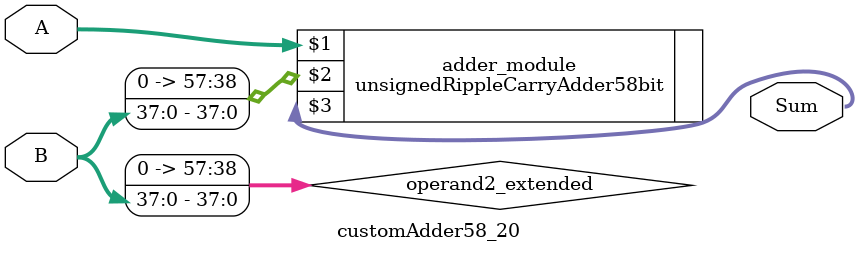
<source format=v>
module customAdder58_20(
                        input [57 : 0] A,
                        input [37 : 0] B,
                        
                        output [58 : 0] Sum
                );

        wire [57 : 0] operand2_extended;
        
        assign operand2_extended =  {20'b0, B};
        
        unsignedRippleCarryAdder58bit adder_module(
            A,
            operand2_extended,
            Sum
        );
        
        endmodule
        
</source>
